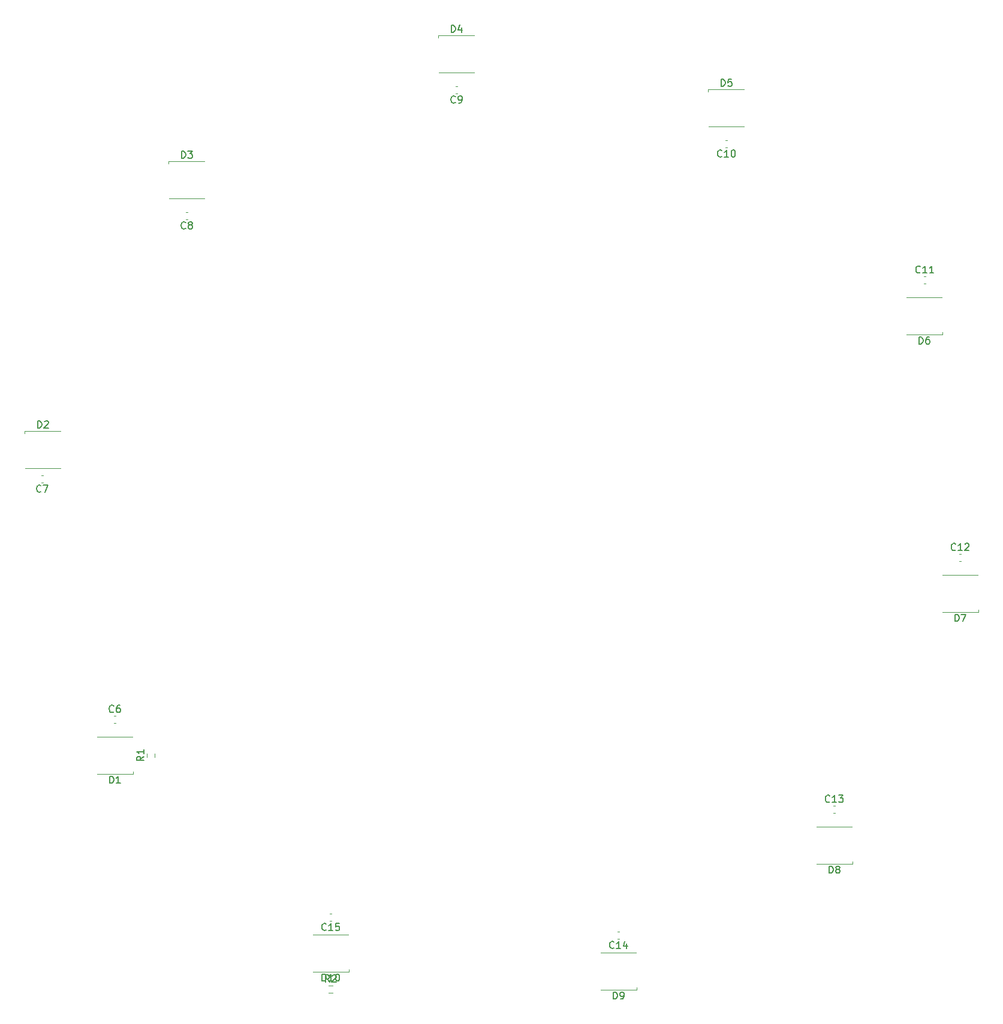
<source format=gbr>
%TF.GenerationSoftware,KiCad,Pcbnew,(6.0.4-0)*%
%TF.CreationDate,2022-12-03T14:45:52-05:00*%
%TF.ProjectId,christmas,63687269-7374-46d6-9173-2e6b69636164,rev?*%
%TF.SameCoordinates,Original*%
%TF.FileFunction,Legend,Top*%
%TF.FilePolarity,Positive*%
%FSLAX46Y46*%
G04 Gerber Fmt 4.6, Leading zero omitted, Abs format (unit mm)*
G04 Created by KiCad (PCBNEW (6.0.4-0)) date 2022-12-03 14:45:52*
%MOMM*%
%LPD*%
G01*
G04 APERTURE LIST*
%ADD10C,0.150000*%
%ADD11C,0.120000*%
G04 APERTURE END LIST*
D10*
%TO.C,R2*%
X106513333Y-164122380D02*
X106180000Y-163646190D01*
X105941904Y-164122380D02*
X105941904Y-163122380D01*
X106322857Y-163122380D01*
X106418095Y-163170000D01*
X106465714Y-163217619D01*
X106513333Y-163312857D01*
X106513333Y-163455714D01*
X106465714Y-163550952D01*
X106418095Y-163598571D01*
X106322857Y-163646190D01*
X105941904Y-163646190D01*
X106894285Y-163217619D02*
X106941904Y-163170000D01*
X107037142Y-163122380D01*
X107275238Y-163122380D01*
X107370476Y-163170000D01*
X107418095Y-163217619D01*
X107465714Y-163312857D01*
X107465714Y-163408095D01*
X107418095Y-163550952D01*
X106846666Y-164122380D01*
X107465714Y-164122380D01*
%TO.C,R1*%
X80302380Y-132246666D02*
X79826190Y-132580000D01*
X80302380Y-132818095D02*
X79302380Y-132818095D01*
X79302380Y-132437142D01*
X79350000Y-132341904D01*
X79397619Y-132294285D01*
X79492857Y-132246666D01*
X79635714Y-132246666D01*
X79730952Y-132294285D01*
X79778571Y-132341904D01*
X79826190Y-132437142D01*
X79826190Y-132818095D01*
X80302380Y-131294285D02*
X80302380Y-131865714D01*
X80302380Y-131580000D02*
X79302380Y-131580000D01*
X79445238Y-131675238D01*
X79540476Y-131770476D01*
X79588095Y-131865714D01*
%TO.C,C15*%
X106037142Y-156727142D02*
X105989523Y-156774761D01*
X105846666Y-156822380D01*
X105751428Y-156822380D01*
X105608571Y-156774761D01*
X105513333Y-156679523D01*
X105465714Y-156584285D01*
X105418095Y-156393809D01*
X105418095Y-156250952D01*
X105465714Y-156060476D01*
X105513333Y-155965238D01*
X105608571Y-155870000D01*
X105751428Y-155822380D01*
X105846666Y-155822380D01*
X105989523Y-155870000D01*
X106037142Y-155917619D01*
X106989523Y-156822380D02*
X106418095Y-156822380D01*
X106703809Y-156822380D02*
X106703809Y-155822380D01*
X106608571Y-155965238D01*
X106513333Y-156060476D01*
X106418095Y-156108095D01*
X107894285Y-155822380D02*
X107418095Y-155822380D01*
X107370476Y-156298571D01*
X107418095Y-156250952D01*
X107513333Y-156203333D01*
X107751428Y-156203333D01*
X107846666Y-156250952D01*
X107894285Y-156298571D01*
X107941904Y-156393809D01*
X107941904Y-156631904D01*
X107894285Y-156727142D01*
X107846666Y-156774761D01*
X107751428Y-156822380D01*
X107513333Y-156822380D01*
X107418095Y-156774761D01*
X107370476Y-156727142D01*
%TO.C,C14*%
X146677142Y-159267142D02*
X146629523Y-159314761D01*
X146486666Y-159362380D01*
X146391428Y-159362380D01*
X146248571Y-159314761D01*
X146153333Y-159219523D01*
X146105714Y-159124285D01*
X146058095Y-158933809D01*
X146058095Y-158790952D01*
X146105714Y-158600476D01*
X146153333Y-158505238D01*
X146248571Y-158410000D01*
X146391428Y-158362380D01*
X146486666Y-158362380D01*
X146629523Y-158410000D01*
X146677142Y-158457619D01*
X147629523Y-159362380D02*
X147058095Y-159362380D01*
X147343809Y-159362380D02*
X147343809Y-158362380D01*
X147248571Y-158505238D01*
X147153333Y-158600476D01*
X147058095Y-158648095D01*
X148486666Y-158695714D02*
X148486666Y-159362380D01*
X148248571Y-158314761D02*
X148010476Y-159029047D01*
X148629523Y-159029047D01*
%TO.C,C13*%
X177157142Y-138627142D02*
X177109523Y-138674761D01*
X176966666Y-138722380D01*
X176871428Y-138722380D01*
X176728571Y-138674761D01*
X176633333Y-138579523D01*
X176585714Y-138484285D01*
X176538095Y-138293809D01*
X176538095Y-138150952D01*
X176585714Y-137960476D01*
X176633333Y-137865238D01*
X176728571Y-137770000D01*
X176871428Y-137722380D01*
X176966666Y-137722380D01*
X177109523Y-137770000D01*
X177157142Y-137817619D01*
X178109523Y-138722380D02*
X177538095Y-138722380D01*
X177823809Y-138722380D02*
X177823809Y-137722380D01*
X177728571Y-137865238D01*
X177633333Y-137960476D01*
X177538095Y-138008095D01*
X178442857Y-137722380D02*
X179061904Y-137722380D01*
X178728571Y-138103333D01*
X178871428Y-138103333D01*
X178966666Y-138150952D01*
X179014285Y-138198571D01*
X179061904Y-138293809D01*
X179061904Y-138531904D01*
X179014285Y-138627142D01*
X178966666Y-138674761D01*
X178871428Y-138722380D01*
X178585714Y-138722380D01*
X178490476Y-138674761D01*
X178442857Y-138627142D01*
%TO.C,C12*%
X194937142Y-103067142D02*
X194889523Y-103114761D01*
X194746666Y-103162380D01*
X194651428Y-103162380D01*
X194508571Y-103114761D01*
X194413333Y-103019523D01*
X194365714Y-102924285D01*
X194318095Y-102733809D01*
X194318095Y-102590952D01*
X194365714Y-102400476D01*
X194413333Y-102305238D01*
X194508571Y-102210000D01*
X194651428Y-102162380D01*
X194746666Y-102162380D01*
X194889523Y-102210000D01*
X194937142Y-102257619D01*
X195889523Y-103162380D02*
X195318095Y-103162380D01*
X195603809Y-103162380D02*
X195603809Y-102162380D01*
X195508571Y-102305238D01*
X195413333Y-102400476D01*
X195318095Y-102448095D01*
X196270476Y-102257619D02*
X196318095Y-102210000D01*
X196413333Y-102162380D01*
X196651428Y-102162380D01*
X196746666Y-102210000D01*
X196794285Y-102257619D01*
X196841904Y-102352857D01*
X196841904Y-102448095D01*
X196794285Y-102590952D01*
X196222857Y-103162380D01*
X196841904Y-103162380D01*
%TO.C,C11*%
X189947142Y-63887142D02*
X189899523Y-63934761D01*
X189756666Y-63982380D01*
X189661428Y-63982380D01*
X189518571Y-63934761D01*
X189423333Y-63839523D01*
X189375714Y-63744285D01*
X189328095Y-63553809D01*
X189328095Y-63410952D01*
X189375714Y-63220476D01*
X189423333Y-63125238D01*
X189518571Y-63030000D01*
X189661428Y-62982380D01*
X189756666Y-62982380D01*
X189899523Y-63030000D01*
X189947142Y-63077619D01*
X190899523Y-63982380D02*
X190328095Y-63982380D01*
X190613809Y-63982380D02*
X190613809Y-62982380D01*
X190518571Y-63125238D01*
X190423333Y-63220476D01*
X190328095Y-63268095D01*
X191851904Y-63982380D02*
X191280476Y-63982380D01*
X191566190Y-63982380D02*
X191566190Y-62982380D01*
X191470952Y-63125238D01*
X191375714Y-63220476D01*
X191280476Y-63268095D01*
%TO.C,C10*%
X161917142Y-47507142D02*
X161869523Y-47554761D01*
X161726666Y-47602380D01*
X161631428Y-47602380D01*
X161488571Y-47554761D01*
X161393333Y-47459523D01*
X161345714Y-47364285D01*
X161298095Y-47173809D01*
X161298095Y-47030952D01*
X161345714Y-46840476D01*
X161393333Y-46745238D01*
X161488571Y-46650000D01*
X161631428Y-46602380D01*
X161726666Y-46602380D01*
X161869523Y-46650000D01*
X161917142Y-46697619D01*
X162869523Y-47602380D02*
X162298095Y-47602380D01*
X162583809Y-47602380D02*
X162583809Y-46602380D01*
X162488571Y-46745238D01*
X162393333Y-46840476D01*
X162298095Y-46888095D01*
X163488571Y-46602380D02*
X163583809Y-46602380D01*
X163679047Y-46650000D01*
X163726666Y-46697619D01*
X163774285Y-46792857D01*
X163821904Y-46983333D01*
X163821904Y-47221428D01*
X163774285Y-47411904D01*
X163726666Y-47507142D01*
X163679047Y-47554761D01*
X163583809Y-47602380D01*
X163488571Y-47602380D01*
X163393333Y-47554761D01*
X163345714Y-47507142D01*
X163298095Y-47411904D01*
X163250476Y-47221428D01*
X163250476Y-46983333D01*
X163298095Y-46792857D01*
X163345714Y-46697619D01*
X163393333Y-46650000D01*
X163488571Y-46602380D01*
%TO.C,C9*%
X124293333Y-39887142D02*
X124245714Y-39934761D01*
X124102857Y-39982380D01*
X124007619Y-39982380D01*
X123864761Y-39934761D01*
X123769523Y-39839523D01*
X123721904Y-39744285D01*
X123674285Y-39553809D01*
X123674285Y-39410952D01*
X123721904Y-39220476D01*
X123769523Y-39125238D01*
X123864761Y-39030000D01*
X124007619Y-38982380D01*
X124102857Y-38982380D01*
X124245714Y-39030000D01*
X124293333Y-39077619D01*
X124769523Y-39982380D02*
X124960000Y-39982380D01*
X125055238Y-39934761D01*
X125102857Y-39887142D01*
X125198095Y-39744285D01*
X125245714Y-39553809D01*
X125245714Y-39172857D01*
X125198095Y-39077619D01*
X125150476Y-39030000D01*
X125055238Y-38982380D01*
X124864761Y-38982380D01*
X124769523Y-39030000D01*
X124721904Y-39077619D01*
X124674285Y-39172857D01*
X124674285Y-39410952D01*
X124721904Y-39506190D01*
X124769523Y-39553809D01*
X124864761Y-39601428D01*
X125055238Y-39601428D01*
X125150476Y-39553809D01*
X125198095Y-39506190D01*
X125245714Y-39410952D01*
%TO.C,C8*%
X86193333Y-57667142D02*
X86145714Y-57714761D01*
X86002857Y-57762380D01*
X85907619Y-57762380D01*
X85764761Y-57714761D01*
X85669523Y-57619523D01*
X85621904Y-57524285D01*
X85574285Y-57333809D01*
X85574285Y-57190952D01*
X85621904Y-57000476D01*
X85669523Y-56905238D01*
X85764761Y-56810000D01*
X85907619Y-56762380D01*
X86002857Y-56762380D01*
X86145714Y-56810000D01*
X86193333Y-56857619D01*
X86764761Y-57190952D02*
X86669523Y-57143333D01*
X86621904Y-57095714D01*
X86574285Y-57000476D01*
X86574285Y-56952857D01*
X86621904Y-56857619D01*
X86669523Y-56810000D01*
X86764761Y-56762380D01*
X86955238Y-56762380D01*
X87050476Y-56810000D01*
X87098095Y-56857619D01*
X87145714Y-56952857D01*
X87145714Y-57000476D01*
X87098095Y-57095714D01*
X87050476Y-57143333D01*
X86955238Y-57190952D01*
X86764761Y-57190952D01*
X86669523Y-57238571D01*
X86621904Y-57286190D01*
X86574285Y-57381428D01*
X86574285Y-57571904D01*
X86621904Y-57667142D01*
X86669523Y-57714761D01*
X86764761Y-57762380D01*
X86955238Y-57762380D01*
X87050476Y-57714761D01*
X87098095Y-57667142D01*
X87145714Y-57571904D01*
X87145714Y-57381428D01*
X87098095Y-57286190D01*
X87050476Y-57238571D01*
X86955238Y-57190952D01*
%TO.C,C7*%
X65783333Y-94827142D02*
X65735714Y-94874761D01*
X65592857Y-94922380D01*
X65497619Y-94922380D01*
X65354761Y-94874761D01*
X65259523Y-94779523D01*
X65211904Y-94684285D01*
X65164285Y-94493809D01*
X65164285Y-94350952D01*
X65211904Y-94160476D01*
X65259523Y-94065238D01*
X65354761Y-93970000D01*
X65497619Y-93922380D01*
X65592857Y-93922380D01*
X65735714Y-93970000D01*
X65783333Y-94017619D01*
X66116666Y-93922380D02*
X66783333Y-93922380D01*
X66354761Y-94922380D01*
%TO.C,C6*%
X76033333Y-125927142D02*
X75985714Y-125974761D01*
X75842857Y-126022380D01*
X75747619Y-126022380D01*
X75604761Y-125974761D01*
X75509523Y-125879523D01*
X75461904Y-125784285D01*
X75414285Y-125593809D01*
X75414285Y-125450952D01*
X75461904Y-125260476D01*
X75509523Y-125165238D01*
X75604761Y-125070000D01*
X75747619Y-125022380D01*
X75842857Y-125022380D01*
X75985714Y-125070000D01*
X76033333Y-125117619D01*
X76890476Y-125022380D02*
X76700000Y-125022380D01*
X76604761Y-125070000D01*
X76557142Y-125117619D01*
X76461904Y-125260476D01*
X76414285Y-125450952D01*
X76414285Y-125831904D01*
X76461904Y-125927142D01*
X76509523Y-125974761D01*
X76604761Y-126022380D01*
X76795238Y-126022380D01*
X76890476Y-125974761D01*
X76938095Y-125927142D01*
X76985714Y-125831904D01*
X76985714Y-125593809D01*
X76938095Y-125498571D01*
X76890476Y-125450952D01*
X76795238Y-125403333D01*
X76604761Y-125403333D01*
X76509523Y-125450952D01*
X76461904Y-125498571D01*
X76414285Y-125593809D01*
%TO.C,D10*%
X105465714Y-163972380D02*
X105465714Y-162972380D01*
X105703809Y-162972380D01*
X105846666Y-163020000D01*
X105941904Y-163115238D01*
X105989523Y-163210476D01*
X106037142Y-163400952D01*
X106037142Y-163543809D01*
X105989523Y-163734285D01*
X105941904Y-163829523D01*
X105846666Y-163924761D01*
X105703809Y-163972380D01*
X105465714Y-163972380D01*
X106989523Y-163972380D02*
X106418095Y-163972380D01*
X106703809Y-163972380D02*
X106703809Y-162972380D01*
X106608571Y-163115238D01*
X106513333Y-163210476D01*
X106418095Y-163258095D01*
X107608571Y-162972380D02*
X107703809Y-162972380D01*
X107799047Y-163020000D01*
X107846666Y-163067619D01*
X107894285Y-163162857D01*
X107941904Y-163353333D01*
X107941904Y-163591428D01*
X107894285Y-163781904D01*
X107846666Y-163877142D01*
X107799047Y-163924761D01*
X107703809Y-163972380D01*
X107608571Y-163972380D01*
X107513333Y-163924761D01*
X107465714Y-163877142D01*
X107418095Y-163781904D01*
X107370476Y-163591428D01*
X107370476Y-163353333D01*
X107418095Y-163162857D01*
X107465714Y-163067619D01*
X107513333Y-163020000D01*
X107608571Y-162972380D01*
%TO.C,D9*%
X146581904Y-166512380D02*
X146581904Y-165512380D01*
X146820000Y-165512380D01*
X146962857Y-165560000D01*
X147058095Y-165655238D01*
X147105714Y-165750476D01*
X147153333Y-165940952D01*
X147153333Y-166083809D01*
X147105714Y-166274285D01*
X147058095Y-166369523D01*
X146962857Y-166464761D01*
X146820000Y-166512380D01*
X146581904Y-166512380D01*
X147629523Y-166512380D02*
X147820000Y-166512380D01*
X147915238Y-166464761D01*
X147962857Y-166417142D01*
X148058095Y-166274285D01*
X148105714Y-166083809D01*
X148105714Y-165702857D01*
X148058095Y-165607619D01*
X148010476Y-165560000D01*
X147915238Y-165512380D01*
X147724761Y-165512380D01*
X147629523Y-165560000D01*
X147581904Y-165607619D01*
X147534285Y-165702857D01*
X147534285Y-165940952D01*
X147581904Y-166036190D01*
X147629523Y-166083809D01*
X147724761Y-166131428D01*
X147915238Y-166131428D01*
X148010476Y-166083809D01*
X148058095Y-166036190D01*
X148105714Y-165940952D01*
%TO.C,D8*%
X177061904Y-148732380D02*
X177061904Y-147732380D01*
X177300000Y-147732380D01*
X177442857Y-147780000D01*
X177538095Y-147875238D01*
X177585714Y-147970476D01*
X177633333Y-148160952D01*
X177633333Y-148303809D01*
X177585714Y-148494285D01*
X177538095Y-148589523D01*
X177442857Y-148684761D01*
X177300000Y-148732380D01*
X177061904Y-148732380D01*
X178204761Y-148160952D02*
X178109523Y-148113333D01*
X178061904Y-148065714D01*
X178014285Y-147970476D01*
X178014285Y-147922857D01*
X178061904Y-147827619D01*
X178109523Y-147780000D01*
X178204761Y-147732380D01*
X178395238Y-147732380D01*
X178490476Y-147780000D01*
X178538095Y-147827619D01*
X178585714Y-147922857D01*
X178585714Y-147970476D01*
X178538095Y-148065714D01*
X178490476Y-148113333D01*
X178395238Y-148160952D01*
X178204761Y-148160952D01*
X178109523Y-148208571D01*
X178061904Y-148256190D01*
X178014285Y-148351428D01*
X178014285Y-148541904D01*
X178061904Y-148637142D01*
X178109523Y-148684761D01*
X178204761Y-148732380D01*
X178395238Y-148732380D01*
X178490476Y-148684761D01*
X178538095Y-148637142D01*
X178585714Y-148541904D01*
X178585714Y-148351428D01*
X178538095Y-148256190D01*
X178490476Y-148208571D01*
X178395238Y-148160952D01*
%TO.C,D7*%
X194841904Y-113172380D02*
X194841904Y-112172380D01*
X195080000Y-112172380D01*
X195222857Y-112220000D01*
X195318095Y-112315238D01*
X195365714Y-112410476D01*
X195413333Y-112600952D01*
X195413333Y-112743809D01*
X195365714Y-112934285D01*
X195318095Y-113029523D01*
X195222857Y-113124761D01*
X195080000Y-113172380D01*
X194841904Y-113172380D01*
X195746666Y-112172380D02*
X196413333Y-112172380D01*
X195984761Y-113172380D01*
%TO.C,D6*%
X189761904Y-73992380D02*
X189761904Y-72992380D01*
X190000000Y-72992380D01*
X190142857Y-73040000D01*
X190238095Y-73135238D01*
X190285714Y-73230476D01*
X190333333Y-73420952D01*
X190333333Y-73563809D01*
X190285714Y-73754285D01*
X190238095Y-73849523D01*
X190142857Y-73944761D01*
X190000000Y-73992380D01*
X189761904Y-73992380D01*
X191190476Y-72992380D02*
X191000000Y-72992380D01*
X190904761Y-73040000D01*
X190857142Y-73087619D01*
X190761904Y-73230476D01*
X190714285Y-73420952D01*
X190714285Y-73801904D01*
X190761904Y-73897142D01*
X190809523Y-73944761D01*
X190904761Y-73992380D01*
X191095238Y-73992380D01*
X191190476Y-73944761D01*
X191238095Y-73897142D01*
X191285714Y-73801904D01*
X191285714Y-73563809D01*
X191238095Y-73468571D01*
X191190476Y-73420952D01*
X191095238Y-73373333D01*
X190904761Y-73373333D01*
X190809523Y-73420952D01*
X190761904Y-73468571D01*
X190714285Y-73563809D01*
%TO.C,D5*%
X161821904Y-37592380D02*
X161821904Y-36592380D01*
X162060000Y-36592380D01*
X162202857Y-36640000D01*
X162298095Y-36735238D01*
X162345714Y-36830476D01*
X162393333Y-37020952D01*
X162393333Y-37163809D01*
X162345714Y-37354285D01*
X162298095Y-37449523D01*
X162202857Y-37544761D01*
X162060000Y-37592380D01*
X161821904Y-37592380D01*
X163298095Y-36592380D02*
X162821904Y-36592380D01*
X162774285Y-37068571D01*
X162821904Y-37020952D01*
X162917142Y-36973333D01*
X163155238Y-36973333D01*
X163250476Y-37020952D01*
X163298095Y-37068571D01*
X163345714Y-37163809D01*
X163345714Y-37401904D01*
X163298095Y-37497142D01*
X163250476Y-37544761D01*
X163155238Y-37592380D01*
X162917142Y-37592380D01*
X162821904Y-37544761D01*
X162774285Y-37497142D01*
%TO.C,D4*%
X123721904Y-29972380D02*
X123721904Y-28972380D01*
X123960000Y-28972380D01*
X124102857Y-29020000D01*
X124198095Y-29115238D01*
X124245714Y-29210476D01*
X124293333Y-29400952D01*
X124293333Y-29543809D01*
X124245714Y-29734285D01*
X124198095Y-29829523D01*
X124102857Y-29924761D01*
X123960000Y-29972380D01*
X123721904Y-29972380D01*
X125150476Y-29305714D02*
X125150476Y-29972380D01*
X124912380Y-28924761D02*
X124674285Y-29639047D01*
X125293333Y-29639047D01*
%TO.C,D3*%
X85621904Y-47752380D02*
X85621904Y-46752380D01*
X85860000Y-46752380D01*
X86002857Y-46800000D01*
X86098095Y-46895238D01*
X86145714Y-46990476D01*
X86193333Y-47180952D01*
X86193333Y-47323809D01*
X86145714Y-47514285D01*
X86098095Y-47609523D01*
X86002857Y-47704761D01*
X85860000Y-47752380D01*
X85621904Y-47752380D01*
X86526666Y-46752380D02*
X87145714Y-46752380D01*
X86812380Y-47133333D01*
X86955238Y-47133333D01*
X87050476Y-47180952D01*
X87098095Y-47228571D01*
X87145714Y-47323809D01*
X87145714Y-47561904D01*
X87098095Y-47657142D01*
X87050476Y-47704761D01*
X86955238Y-47752380D01*
X86669523Y-47752380D01*
X86574285Y-47704761D01*
X86526666Y-47657142D01*
%TO.C,D2*%
X65301904Y-85852380D02*
X65301904Y-84852380D01*
X65540000Y-84852380D01*
X65682857Y-84900000D01*
X65778095Y-84995238D01*
X65825714Y-85090476D01*
X65873333Y-85280952D01*
X65873333Y-85423809D01*
X65825714Y-85614285D01*
X65778095Y-85709523D01*
X65682857Y-85804761D01*
X65540000Y-85852380D01*
X65301904Y-85852380D01*
X66254285Y-84947619D02*
X66301904Y-84900000D01*
X66397142Y-84852380D01*
X66635238Y-84852380D01*
X66730476Y-84900000D01*
X66778095Y-84947619D01*
X66825714Y-85042857D01*
X66825714Y-85138095D01*
X66778095Y-85280952D01*
X66206666Y-85852380D01*
X66825714Y-85852380D01*
%TO.C,D1*%
X75461904Y-136032380D02*
X75461904Y-135032380D01*
X75700000Y-135032380D01*
X75842857Y-135080000D01*
X75938095Y-135175238D01*
X75985714Y-135270476D01*
X76033333Y-135460952D01*
X76033333Y-135603809D01*
X75985714Y-135794285D01*
X75938095Y-135889523D01*
X75842857Y-135984761D01*
X75700000Y-136032380D01*
X75461904Y-136032380D01*
X76985714Y-136032380D02*
X76414285Y-136032380D01*
X76700000Y-136032380D02*
X76700000Y-135032380D01*
X76604761Y-135175238D01*
X76509523Y-135270476D01*
X76414285Y-135318095D01*
D11*
%TO.C,R2*%
X106425276Y-165622500D02*
X106934724Y-165622500D01*
X106425276Y-164577500D02*
X106934724Y-164577500D01*
%TO.C,R1*%
X81802500Y-132334724D02*
X81802500Y-131825276D01*
X80757500Y-132334724D02*
X80757500Y-131825276D01*
%TO.C,C15*%
X106826267Y-155450000D02*
X106533733Y-155450000D01*
X106826267Y-154430000D02*
X106533733Y-154430000D01*
%TO.C,C14*%
X147466267Y-156970000D02*
X147173733Y-156970000D01*
X147466267Y-157990000D02*
X147173733Y-157990000D01*
%TO.C,C13*%
X177653733Y-139190000D02*
X177946267Y-139190000D01*
X177653733Y-140210000D02*
X177946267Y-140210000D01*
%TO.C,C12*%
X195433733Y-104650000D02*
X195726267Y-104650000D01*
X195433733Y-103630000D02*
X195726267Y-103630000D01*
%TO.C,C11*%
X190443733Y-65470000D02*
X190736267Y-65470000D01*
X190443733Y-64450000D02*
X190736267Y-64450000D01*
%TO.C,C10*%
X162706267Y-45210000D02*
X162413733Y-45210000D01*
X162706267Y-46230000D02*
X162413733Y-46230000D01*
%TO.C,C9*%
X124606267Y-37590000D02*
X124313733Y-37590000D01*
X124606267Y-38610000D02*
X124313733Y-38610000D01*
%TO.C,C8*%
X86506267Y-55370000D02*
X86213733Y-55370000D01*
X86506267Y-56390000D02*
X86213733Y-56390000D01*
%TO.C,C7*%
X66096267Y-92530000D02*
X65803733Y-92530000D01*
X66096267Y-93550000D02*
X65803733Y-93550000D01*
%TO.C,C6*%
X76053733Y-126490000D02*
X76346267Y-126490000D01*
X76053733Y-127510000D02*
X76346267Y-127510000D01*
%TO.C,D10*%
X109300000Y-162320000D02*
X109300000Y-162640000D01*
X109180000Y-157400000D02*
X104180000Y-157400000D01*
X109300000Y-162640000D02*
X104180000Y-162640000D01*
%TO.C,D9*%
X149940000Y-165180000D02*
X144820000Y-165180000D01*
X149820000Y-159940000D02*
X144820000Y-159940000D01*
X149940000Y-164860000D02*
X149940000Y-165180000D01*
%TO.C,D8*%
X180420000Y-147080000D02*
X180420000Y-147400000D01*
X180300000Y-142160000D02*
X175300000Y-142160000D01*
X180420000Y-147400000D02*
X175300000Y-147400000D01*
%TO.C,D7*%
X198200000Y-111840000D02*
X193080000Y-111840000D01*
X198080000Y-106600000D02*
X193080000Y-106600000D01*
X198200000Y-111520000D02*
X198200000Y-111840000D01*
%TO.C,D6*%
X193120000Y-72340000D02*
X193120000Y-72660000D01*
X193000000Y-67420000D02*
X188000000Y-67420000D01*
X193120000Y-72660000D02*
X188000000Y-72660000D01*
%TO.C,D5*%
X159940000Y-38020000D02*
X165060000Y-38020000D01*
X160060000Y-43260000D02*
X165060000Y-43260000D01*
X159940000Y-38340000D02*
X159940000Y-38020000D01*
%TO.C,D4*%
X121840000Y-30400000D02*
X126960000Y-30400000D01*
X121960000Y-35640000D02*
X126960000Y-35640000D01*
X121840000Y-30720000D02*
X121840000Y-30400000D01*
%TO.C,D3*%
X83740000Y-48180000D02*
X88860000Y-48180000D01*
X83860000Y-53420000D02*
X88860000Y-53420000D01*
X83740000Y-48500000D02*
X83740000Y-48180000D01*
%TO.C,D2*%
X63420000Y-86280000D02*
X68540000Y-86280000D01*
X63540000Y-91520000D02*
X68540000Y-91520000D01*
X63420000Y-86600000D02*
X63420000Y-86280000D01*
%TO.C,D1*%
X78820000Y-134380000D02*
X78820000Y-134700000D01*
X78700000Y-129460000D02*
X73700000Y-129460000D01*
X78820000Y-134700000D02*
X73700000Y-134700000D01*
%TD*%
M02*

</source>
